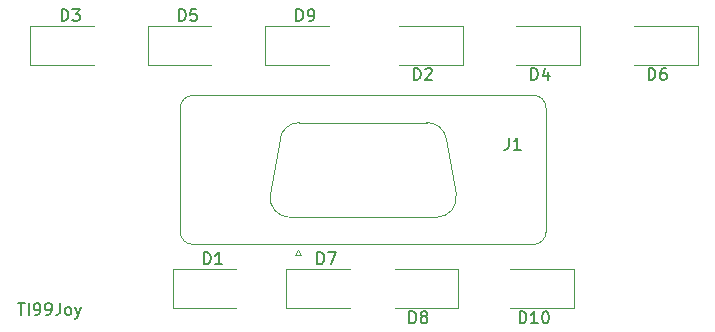
<source format=gbr>
%TF.GenerationSoftware,KiCad,Pcbnew,(6.0.1)*%
%TF.CreationDate,2023-01-17T21:15:05+08:00*%
%TF.ProjectId,TI99Joyadapter,54493939-4a6f-4796-9164-61707465722e,rev?*%
%TF.SameCoordinates,Original*%
%TF.FileFunction,Legend,Top*%
%TF.FilePolarity,Positive*%
%FSLAX46Y46*%
G04 Gerber Fmt 4.6, Leading zero omitted, Abs format (unit mm)*
G04 Created by KiCad (PCBNEW (6.0.1)) date 2023-01-17 21:15:05*
%MOMM*%
%LPD*%
G01*
G04 APERTURE LIST*
%ADD10C,0.150000*%
%ADD11C,0.120000*%
G04 APERTURE END LIST*
D10*
X113709523Y-85052380D02*
X114280952Y-85052380D01*
X113995238Y-86052380D02*
X113995238Y-85052380D01*
X114614285Y-86052380D02*
X114614285Y-85052380D01*
X115138095Y-86052380D02*
X115328571Y-86052380D01*
X115423809Y-86004761D01*
X115471428Y-85957142D01*
X115566666Y-85814285D01*
X115614285Y-85623809D01*
X115614285Y-85242857D01*
X115566666Y-85147619D01*
X115519047Y-85100000D01*
X115423809Y-85052380D01*
X115233333Y-85052380D01*
X115138095Y-85100000D01*
X115090476Y-85147619D01*
X115042857Y-85242857D01*
X115042857Y-85480952D01*
X115090476Y-85576190D01*
X115138095Y-85623809D01*
X115233333Y-85671428D01*
X115423809Y-85671428D01*
X115519047Y-85623809D01*
X115566666Y-85576190D01*
X115614285Y-85480952D01*
X116090476Y-86052380D02*
X116280952Y-86052380D01*
X116376190Y-86004761D01*
X116423809Y-85957142D01*
X116519047Y-85814285D01*
X116566666Y-85623809D01*
X116566666Y-85242857D01*
X116519047Y-85147619D01*
X116471428Y-85100000D01*
X116376190Y-85052380D01*
X116185714Y-85052380D01*
X116090476Y-85100000D01*
X116042857Y-85147619D01*
X115995238Y-85242857D01*
X115995238Y-85480952D01*
X116042857Y-85576190D01*
X116090476Y-85623809D01*
X116185714Y-85671428D01*
X116376190Y-85671428D01*
X116471428Y-85623809D01*
X116519047Y-85576190D01*
X116566666Y-85480952D01*
X117280952Y-85052380D02*
X117280952Y-85766666D01*
X117233333Y-85909523D01*
X117138095Y-86004761D01*
X116995238Y-86052380D01*
X116900000Y-86052380D01*
X117900000Y-86052380D02*
X117804761Y-86004761D01*
X117757142Y-85957142D01*
X117709523Y-85861904D01*
X117709523Y-85576190D01*
X117757142Y-85480952D01*
X117804761Y-85433333D01*
X117900000Y-85385714D01*
X118042857Y-85385714D01*
X118138095Y-85433333D01*
X118185714Y-85480952D01*
X118233333Y-85576190D01*
X118233333Y-85861904D01*
X118185714Y-85957142D01*
X118138095Y-86004761D01*
X118042857Y-86052380D01*
X117900000Y-86052380D01*
X118566666Y-85385714D02*
X118804761Y-86052380D01*
X119042857Y-85385714D02*
X118804761Y-86052380D01*
X118709523Y-86290476D01*
X118661904Y-86338095D01*
X118566666Y-86385714D01*
%TO.C,D4*%
X157176189Y-66152380D02*
X157176189Y-65152380D01*
X157414285Y-65152380D01*
X157557142Y-65200000D01*
X157652380Y-65295238D01*
X157699999Y-65390476D01*
X157747618Y-65580952D01*
X157747618Y-65723809D01*
X157699999Y-65914285D01*
X157652380Y-66009523D01*
X157557142Y-66104761D01*
X157414285Y-66152380D01*
X157176189Y-66152380D01*
X158604761Y-65485714D02*
X158604761Y-66152380D01*
X158366665Y-65104761D02*
X158128570Y-65819047D01*
X158747618Y-65819047D01*
%TO.C,D10*%
X156185714Y-86752380D02*
X156185714Y-85752380D01*
X156423809Y-85752380D01*
X156566666Y-85800000D01*
X156661904Y-85895238D01*
X156709523Y-85990476D01*
X156757142Y-86180952D01*
X156757142Y-86323809D01*
X156709523Y-86514285D01*
X156661904Y-86609523D01*
X156566666Y-86704761D01*
X156423809Y-86752380D01*
X156185714Y-86752380D01*
X157709523Y-86752380D02*
X157138095Y-86752380D01*
X157423809Y-86752380D02*
X157423809Y-85752380D01*
X157328571Y-85895238D01*
X157233333Y-85990476D01*
X157138095Y-86038095D01*
X158328571Y-85752380D02*
X158423809Y-85752380D01*
X158519047Y-85800000D01*
X158566666Y-85847619D01*
X158614285Y-85942857D01*
X158661904Y-86133333D01*
X158661904Y-86371428D01*
X158614285Y-86561904D01*
X158566666Y-86657142D01*
X158519047Y-86704761D01*
X158423809Y-86752380D01*
X158328571Y-86752380D01*
X158233333Y-86704761D01*
X158185714Y-86657142D01*
X158138095Y-86561904D01*
X158090476Y-86371428D01*
X158090476Y-86133333D01*
X158138095Y-85942857D01*
X158185714Y-85847619D01*
X158233333Y-85800000D01*
X158328571Y-85752380D01*
%TO.C,D9*%
X137290475Y-61152380D02*
X137290475Y-60152380D01*
X137528571Y-60152380D01*
X137671428Y-60200000D01*
X137766666Y-60295238D01*
X137814285Y-60390476D01*
X137861904Y-60580952D01*
X137861904Y-60723809D01*
X137814285Y-60914285D01*
X137766666Y-61009523D01*
X137671428Y-61104761D01*
X137528571Y-61152380D01*
X137290475Y-61152380D01*
X138338094Y-61152380D02*
X138528571Y-61152380D01*
X138623809Y-61104761D01*
X138671428Y-61057142D01*
X138766666Y-60914285D01*
X138814285Y-60723809D01*
X138814285Y-60342857D01*
X138766666Y-60247619D01*
X138719047Y-60200000D01*
X138623809Y-60152380D01*
X138433332Y-60152380D01*
X138338094Y-60200000D01*
X138290475Y-60247619D01*
X138242856Y-60342857D01*
X138242856Y-60580952D01*
X138290475Y-60676190D01*
X138338094Y-60723809D01*
X138433332Y-60771428D01*
X138623809Y-60771428D01*
X138719047Y-60723809D01*
X138766666Y-60676190D01*
X138814285Y-60580952D01*
%TO.C,J1*%
X155266666Y-71052380D02*
X155266666Y-71766666D01*
X155219047Y-71909523D01*
X155123809Y-72004761D01*
X154980952Y-72052380D01*
X154885714Y-72052380D01*
X156266666Y-72052380D02*
X155695238Y-72052380D01*
X155980952Y-72052380D02*
X155980952Y-71052380D01*
X155885714Y-71195238D01*
X155790476Y-71290476D01*
X155695238Y-71338095D01*
%TO.C,D2*%
X147233332Y-66152380D02*
X147233332Y-65152380D01*
X147471428Y-65152380D01*
X147614285Y-65200000D01*
X147709523Y-65295238D01*
X147757142Y-65390476D01*
X147804761Y-65580952D01*
X147804761Y-65723809D01*
X147757142Y-65914285D01*
X147709523Y-66009523D01*
X147614285Y-66104761D01*
X147471428Y-66152380D01*
X147233332Y-66152380D01*
X148185713Y-65247619D02*
X148233332Y-65200000D01*
X148328570Y-65152380D01*
X148566666Y-65152380D01*
X148661904Y-65200000D01*
X148709523Y-65247619D01*
X148757142Y-65342857D01*
X148757142Y-65438095D01*
X148709523Y-65580952D01*
X148138094Y-66152380D01*
X148757142Y-66152380D01*
%TO.C,D1*%
X129461904Y-81752380D02*
X129461904Y-80752380D01*
X129700000Y-80752380D01*
X129842857Y-80800000D01*
X129938095Y-80895238D01*
X129985714Y-80990476D01*
X130033333Y-81180952D01*
X130033333Y-81323809D01*
X129985714Y-81514285D01*
X129938095Y-81609523D01*
X129842857Y-81704761D01*
X129700000Y-81752380D01*
X129461904Y-81752380D01*
X130985714Y-81752380D02*
X130414285Y-81752380D01*
X130700000Y-81752380D02*
X130700000Y-80752380D01*
X130604761Y-80895238D01*
X130509523Y-80990476D01*
X130414285Y-81038095D01*
%TO.C,D7*%
X139061904Y-81752380D02*
X139061904Y-80752380D01*
X139300000Y-80752380D01*
X139442857Y-80800000D01*
X139538095Y-80895238D01*
X139585714Y-80990476D01*
X139633333Y-81180952D01*
X139633333Y-81323809D01*
X139585714Y-81514285D01*
X139538095Y-81609523D01*
X139442857Y-81704761D01*
X139300000Y-81752380D01*
X139061904Y-81752380D01*
X139966666Y-80752380D02*
X140633333Y-80752380D01*
X140204761Y-81752380D01*
%TO.C,D8*%
X146861904Y-86752380D02*
X146861904Y-85752380D01*
X147100000Y-85752380D01*
X147242857Y-85800000D01*
X147338095Y-85895238D01*
X147385714Y-85990476D01*
X147433333Y-86180952D01*
X147433333Y-86323809D01*
X147385714Y-86514285D01*
X147338095Y-86609523D01*
X147242857Y-86704761D01*
X147100000Y-86752380D01*
X146861904Y-86752380D01*
X148004761Y-86180952D02*
X147909523Y-86133333D01*
X147861904Y-86085714D01*
X147814285Y-85990476D01*
X147814285Y-85942857D01*
X147861904Y-85847619D01*
X147909523Y-85800000D01*
X148004761Y-85752380D01*
X148195238Y-85752380D01*
X148290476Y-85800000D01*
X148338095Y-85847619D01*
X148385714Y-85942857D01*
X148385714Y-85990476D01*
X148338095Y-86085714D01*
X148290476Y-86133333D01*
X148195238Y-86180952D01*
X148004761Y-86180952D01*
X147909523Y-86228571D01*
X147861904Y-86276190D01*
X147814285Y-86371428D01*
X147814285Y-86561904D01*
X147861904Y-86657142D01*
X147909523Y-86704761D01*
X148004761Y-86752380D01*
X148195238Y-86752380D01*
X148290476Y-86704761D01*
X148338095Y-86657142D01*
X148385714Y-86561904D01*
X148385714Y-86371428D01*
X148338095Y-86276190D01*
X148290476Y-86228571D01*
X148195238Y-86180952D01*
%TO.C,D6*%
X167119046Y-66152380D02*
X167119046Y-65152380D01*
X167357142Y-65152380D01*
X167499999Y-65200000D01*
X167595237Y-65295238D01*
X167642856Y-65390476D01*
X167690475Y-65580952D01*
X167690475Y-65723809D01*
X167642856Y-65914285D01*
X167595237Y-66009523D01*
X167499999Y-66104761D01*
X167357142Y-66152380D01*
X167119046Y-66152380D01*
X168547618Y-65152380D02*
X168357142Y-65152380D01*
X168261903Y-65200000D01*
X168214284Y-65247619D01*
X168119046Y-65390476D01*
X168071427Y-65580952D01*
X168071427Y-65961904D01*
X168119046Y-66057142D01*
X168166665Y-66104761D01*
X168261903Y-66152380D01*
X168452380Y-66152380D01*
X168547618Y-66104761D01*
X168595237Y-66057142D01*
X168642856Y-65961904D01*
X168642856Y-65723809D01*
X168595237Y-65628571D01*
X168547618Y-65580952D01*
X168452380Y-65533333D01*
X168261903Y-65533333D01*
X168166665Y-65580952D01*
X168119046Y-65628571D01*
X168071427Y-65723809D01*
%TO.C,D3*%
X117404761Y-61152380D02*
X117404761Y-60152380D01*
X117642857Y-60152380D01*
X117785714Y-60200000D01*
X117880952Y-60295238D01*
X117928571Y-60390476D01*
X117976190Y-60580952D01*
X117976190Y-60723809D01*
X117928571Y-60914285D01*
X117880952Y-61009523D01*
X117785714Y-61104761D01*
X117642857Y-61152380D01*
X117404761Y-61152380D01*
X118309523Y-60152380D02*
X118928571Y-60152380D01*
X118595237Y-60533333D01*
X118738095Y-60533333D01*
X118833333Y-60580952D01*
X118880952Y-60628571D01*
X118928571Y-60723809D01*
X118928571Y-60961904D01*
X118880952Y-61057142D01*
X118833333Y-61104761D01*
X118738095Y-61152380D01*
X118452380Y-61152380D01*
X118357142Y-61104761D01*
X118309523Y-61057142D01*
%TO.C,D5*%
X127347618Y-61152380D02*
X127347618Y-60152380D01*
X127585714Y-60152380D01*
X127728571Y-60200000D01*
X127823809Y-60295238D01*
X127871428Y-60390476D01*
X127919047Y-60580952D01*
X127919047Y-60723809D01*
X127871428Y-60914285D01*
X127823809Y-61009523D01*
X127728571Y-61104761D01*
X127585714Y-61152380D01*
X127347618Y-61152380D01*
X128823809Y-60152380D02*
X128347618Y-60152380D01*
X128299999Y-60628571D01*
X128347618Y-60580952D01*
X128442856Y-60533333D01*
X128680952Y-60533333D01*
X128776190Y-60580952D01*
X128823809Y-60628571D01*
X128871428Y-60723809D01*
X128871428Y-60961904D01*
X128823809Y-61057142D01*
X128776190Y-61104761D01*
X128680952Y-61152380D01*
X128442856Y-61152380D01*
X128347618Y-61104761D01*
X128299999Y-61057142D01*
D11*
%TO.C,D4*%
X161314285Y-64850000D02*
X155914285Y-64850000D01*
X161314285Y-64850000D02*
X161314285Y-61550000D01*
X161314285Y-61550000D02*
X155914285Y-61550000D01*
%TO.C,D10*%
X160800000Y-85450000D02*
X155400000Y-85450000D01*
X160800000Y-82150000D02*
X155400000Y-82150000D01*
X160800000Y-85450000D02*
X160800000Y-82150000D01*
%TO.C,D9*%
X134628571Y-61550000D02*
X140028571Y-61550000D01*
X134628571Y-64850000D02*
X140028571Y-64850000D01*
X134628571Y-61550000D02*
X134628571Y-64850000D01*
%TO.C,J1*%
X128515000Y-67460331D02*
X157365000Y-67460331D01*
X137150000Y-80974669D02*
X137400000Y-80541656D01*
X137400000Y-80541656D02*
X137650000Y-80974669D01*
X135073530Y-75832075D02*
X135902267Y-71132075D01*
X157365000Y-80080331D02*
X128515000Y-80080331D01*
X137650000Y-80974669D02*
X137150000Y-80974669D01*
X149171689Y-77780331D02*
X136708311Y-77780331D01*
X127455000Y-79020331D02*
X127455000Y-68520331D01*
X150806470Y-75832075D02*
X149977733Y-71132075D01*
X158425000Y-68520331D02*
X158425000Y-79020331D01*
X148342952Y-69760331D02*
X137537048Y-69760331D01*
X137537048Y-69760331D02*
G75*
G03*
X135902267Y-71132075I-1J-1659999D01*
G01*
X135073530Y-75832075D02*
G75*
G03*
X136708311Y-77780331I1634781J-288256D01*
G01*
X128515000Y-67460331D02*
G75*
G03*
X127455000Y-68520331I1J-1060001D01*
G01*
X127455000Y-79020331D02*
G75*
G03*
X128515000Y-80080331I1060001J1D01*
G01*
X149977733Y-71132075D02*
G75*
G03*
X148342952Y-69760331I-1634780J-288255D01*
G01*
X149171689Y-77780331D02*
G75*
G03*
X150806470Y-75832075I1J1659999D01*
G01*
X157365000Y-80080331D02*
G75*
G03*
X158425000Y-79020331I-1J1060001D01*
G01*
X158425000Y-68520331D02*
G75*
G03*
X157365000Y-67460331I-1060001J-1D01*
G01*
%TO.C,D2*%
X151371428Y-64850000D02*
X151371428Y-61550000D01*
X151371428Y-64850000D02*
X145971428Y-64850000D01*
X151371428Y-61550000D02*
X145971428Y-61550000D01*
%TO.C,D1*%
X126800000Y-82150000D02*
X132200000Y-82150000D01*
X126800000Y-85450000D02*
X132200000Y-85450000D01*
X126800000Y-82150000D02*
X126800000Y-85450000D01*
%TO.C,D7*%
X136400000Y-82150000D02*
X136400000Y-85450000D01*
X136400000Y-82150000D02*
X141800000Y-82150000D01*
X136400000Y-85450000D02*
X141800000Y-85450000D01*
%TO.C,D8*%
X151000000Y-85450000D02*
X151000000Y-82150000D01*
X151000000Y-85450000D02*
X145600000Y-85450000D01*
X151000000Y-82150000D02*
X145600000Y-82150000D01*
%TO.C,D6*%
X171257142Y-64850000D02*
X165857142Y-64850000D01*
X171257142Y-61550000D02*
X165857142Y-61550000D01*
X171257142Y-64850000D02*
X171257142Y-61550000D01*
%TO.C,D3*%
X114742857Y-64850000D02*
X120142857Y-64850000D01*
X114742857Y-61550000D02*
X120142857Y-61550000D01*
X114742857Y-61550000D02*
X114742857Y-64850000D01*
%TO.C,D5*%
X124685714Y-61550000D02*
X130085714Y-61550000D01*
X124685714Y-61550000D02*
X124685714Y-64850000D01*
X124685714Y-64850000D02*
X130085714Y-64850000D01*
%TD*%
M02*

</source>
